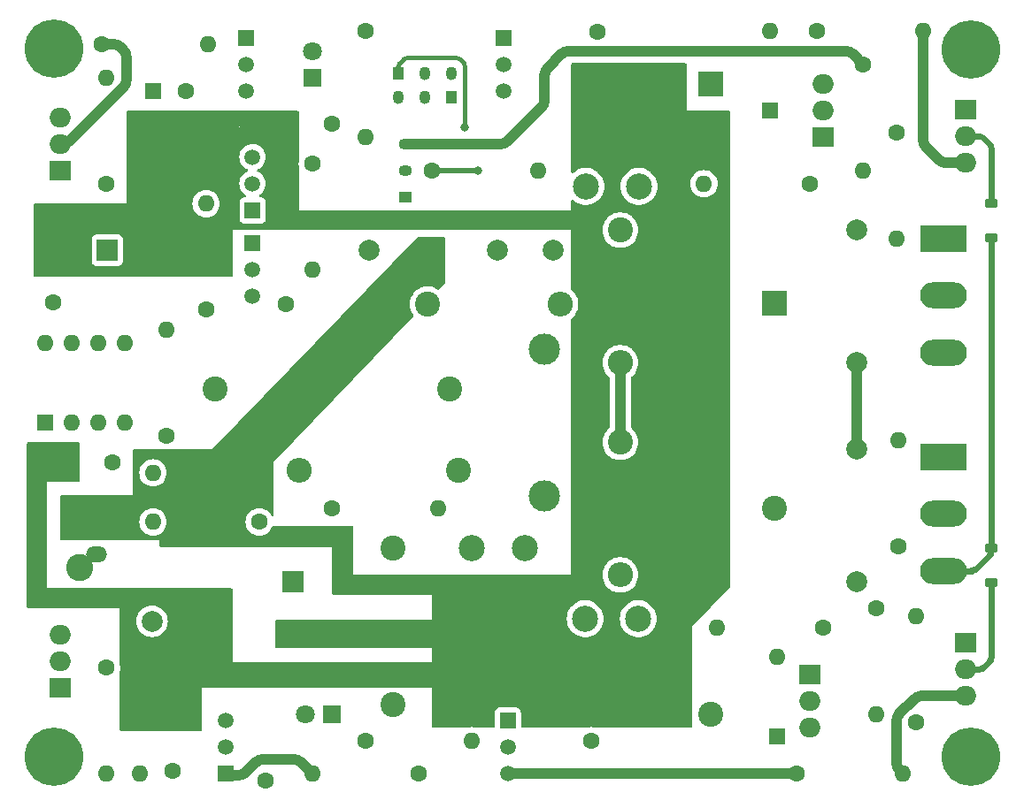
<source format=gbr>
%TF.GenerationSoftware,KiCad,Pcbnew,8.0.3*%
%TF.CreationDate,2024-07-01T09:31:08+02:00*%
%TF.ProjectId,Q17-Mini,5131372d-4d69-46e6-992e-6b696361645f,3.0.1*%
%TF.SameCoordinates,Original*%
%TF.FileFunction,Copper,L1,Top*%
%TF.FilePolarity,Positive*%
%FSLAX46Y46*%
G04 Gerber Fmt 4.6, Leading zero omitted, Abs format (unit mm)*
G04 Created by KiCad (PCBNEW 8.0.3) date 2024-07-01 09:31:08*
%MOMM*%
%LPD*%
G01*
G04 APERTURE LIST*
G04 Aperture macros list*
%AMRoundRect*
0 Rectangle with rounded corners*
0 $1 Rounding radius*
0 $2 $3 $4 $5 $6 $7 $8 $9 X,Y pos of 4 corners*
0 Add a 4 corners polygon primitive as box body*
4,1,4,$2,$3,$4,$5,$6,$7,$8,$9,$2,$3,0*
0 Add four circle primitives for the rounded corners*
1,1,$1+$1,$2,$3*
1,1,$1+$1,$4,$5*
1,1,$1+$1,$6,$7*
1,1,$1+$1,$8,$9*
0 Add four rect primitives between the rounded corners*
20,1,$1+$1,$2,$3,$4,$5,0*
20,1,$1+$1,$4,$5,$6,$7,0*
20,1,$1+$1,$6,$7,$8,$9,0*
20,1,$1+$1,$8,$9,$2,$3,0*%
G04 Aperture macros list end*
%TA.AperFunction,ComponentPad*%
%ADD10R,2.000000X1.905000*%
%TD*%
%TA.AperFunction,ComponentPad*%
%ADD11O,2.000000X1.905000*%
%TD*%
%TA.AperFunction,ComponentPad*%
%ADD12C,2.500000*%
%TD*%
%TA.AperFunction,ComponentPad*%
%ADD13C,1.600000*%
%TD*%
%TA.AperFunction,ComponentPad*%
%ADD14O,1.600000X1.600000*%
%TD*%
%TA.AperFunction,ComponentPad*%
%ADD15R,1.800000X1.800000*%
%TD*%
%TA.AperFunction,ComponentPad*%
%ADD16C,1.800000*%
%TD*%
%TA.AperFunction,ComponentPad*%
%ADD17R,2.400000X2.400000*%
%TD*%
%TA.AperFunction,ComponentPad*%
%ADD18C,2.400000*%
%TD*%
%TA.AperFunction,ComponentPad*%
%ADD19C,2.000000*%
%TD*%
%TA.AperFunction,SMDPad,CuDef*%
%ADD20RoundRect,0.225000X-0.375000X0.225000X-0.375000X-0.225000X0.375000X-0.225000X0.375000X0.225000X0*%
%TD*%
%TA.AperFunction,ComponentPad*%
%ADD21C,3.600000*%
%TD*%
%TA.AperFunction,ConnectorPad*%
%ADD22C,5.600000*%
%TD*%
%TA.AperFunction,ComponentPad*%
%ADD23R,2.000000X2.000000*%
%TD*%
%TA.AperFunction,ComponentPad*%
%ADD24R,1.600000X1.600000*%
%TD*%
%TA.AperFunction,ComponentPad*%
%ADD25R,1.300000X1.050000*%
%TD*%
%TA.AperFunction,ComponentPad*%
%ADD26O,1.300000X1.050000*%
%TD*%
%TA.AperFunction,ComponentPad*%
%ADD27O,2.400000X2.400000*%
%TD*%
%TA.AperFunction,ComponentPad*%
%ADD28R,1.500000X1.500000*%
%TD*%
%TA.AperFunction,ComponentPad*%
%ADD29C,1.500000*%
%TD*%
%TA.AperFunction,ComponentPad*%
%ADD30R,4.500000X2.500000*%
%TD*%
%TA.AperFunction,ComponentPad*%
%ADD31O,4.500000X2.500000*%
%TD*%
%TA.AperFunction,ComponentPad*%
%ADD32R,1.050000X1.300000*%
%TD*%
%TA.AperFunction,ComponentPad*%
%ADD33O,1.050000X1.300000*%
%TD*%
%TA.AperFunction,ComponentPad*%
%ADD34C,3.000000*%
%TD*%
%TA.AperFunction,ComponentPad*%
%ADD35R,1.000000X1.000000*%
%TD*%
%TA.AperFunction,ComponentPad*%
%ADD36R,2.600000X2.600000*%
%TD*%
%TA.AperFunction,ComponentPad*%
%ADD37RoundRect,0.375000X-0.625000X0.375000X-0.625000X-0.375000X0.625000X-0.375000X0.625000X0.375000X0*%
%TD*%
%TA.AperFunction,ComponentPad*%
%ADD38O,2.000000X1.500000*%
%TD*%
%TA.AperFunction,ComponentPad*%
%ADD39C,2.600000*%
%TD*%
%TA.AperFunction,ViaPad*%
%ADD40C,0.800000*%
%TD*%
%TA.AperFunction,Conductor*%
%ADD41C,1.000000*%
%TD*%
%TA.AperFunction,Conductor*%
%ADD42C,0.600000*%
%TD*%
%TA.AperFunction,Conductor*%
%ADD43C,0.500000*%
%TD*%
%TA.AperFunction,Conductor*%
%ADD44C,0.400000*%
%TD*%
G04 APERTURE END LIST*
D10*
%TO.P,Q13,1,G*%
%TO.N,Net-(D6-K)*%
X177104495Y-67140037D03*
D11*
%TO.P,Q13,2,D*%
%TO.N,Net-(J3-1-Pin_1)*%
X177104495Y-64600037D03*
%TO.P,Q13,3,S*%
%TO.N,Net-(D1-A)*%
X177104495Y-62060037D03*
%TD*%
D12*
%TO.P,J3-3,1,Pin_1*%
%TO.N,Net-(J3-3-Pin_1)*%
X159384495Y-113241037D03*
X154304495Y-113241037D03*
%TD*%
D13*
%TO.P,R19,1*%
%TO.N,Net-(D1-A)*%
X108077745Y-58250037D03*
D14*
%TO.P,R19,2*%
%TO.N,Net-(Q2-E)*%
X118237745Y-58250037D03*
%TD*%
D15*
%TO.P,D4,1,K*%
%TO.N,Net-(D4-K)*%
X130114495Y-122385037D03*
D16*
%TO.P,D4,2,A*%
%TO.N,Net-(D4-A)*%
X127574495Y-122385037D03*
%TD*%
D17*
%TO.P,C16,1*%
%TO.N,GND*%
X164905495Y-102700037D03*
D18*
%TO.P,C16,2*%
%TO.N,Net-(J3-3-Pin_1)*%
X172405495Y-102700037D03*
%TD*%
D19*
%TO.P,R12,1*%
%TO.N,Net-(C10-Pad1)*%
X180279495Y-96985037D03*
%TO.P,R12,2*%
%TO.N,Net-(D8-A)*%
X180279495Y-109685037D03*
%TD*%
D10*
%TO.P,Q14,1,G*%
%TO.N,Net-(D5-A)*%
X175834495Y-118575037D03*
D11*
%TO.P,Q14,2,D*%
%TO.N,Net-(J3-3-Pin_1)*%
X175834495Y-121115037D03*
%TO.P,Q14,3,S*%
%TO.N,Net-(D4-K)*%
X175834495Y-123655037D03*
%TD*%
D13*
%TO.P,C12,1*%
%TO.N,GND*%
X154879495Y-119925037D03*
%TO.P,C12,2*%
%TO.N,Net-(D4-K)*%
X154879495Y-124925037D03*
%TD*%
%TO.P,R6,1*%
%TO.N,Net-(Q7-S)*%
X125669495Y-83127712D03*
D14*
%TO.P,R6,2*%
%TO.N,GND*%
X135829495Y-83127712D03*
%TD*%
D20*
%TO.P,D7,1,K*%
%TO.N,Net-(D7-K)*%
X193187267Y-73490037D03*
%TO.P,D7,2,A*%
%TO.N,Net-(D7-A)*%
X193187267Y-76790037D03*
%TD*%
D21*
%TO.P,H3,1*%
%TO.N,N/C*%
X191188820Y-126440889D03*
D22*
X191188820Y-126440889D03*
%TD*%
D13*
%TO.P,R23,1*%
%TO.N,Net-(C2-Pad1)*%
X130114495Y-102700037D03*
D14*
%TO.P,R23,2*%
%TO.N,Net-(J2-1-Pin_1)*%
X140274495Y-102700037D03*
%TD*%
D13*
%TO.P,R21,1*%
%TO.N,Net-(D4-A)*%
X123764495Y-128735037D03*
D14*
%TO.P,R21,2*%
%TO.N,GND*%
X123764495Y-118575037D03*
%TD*%
D13*
%TO.P,R40,1*%
%TO.N,Net-(Q1-G)*%
X108524495Y-71585037D03*
D14*
%TO.P,R40,2*%
%TO.N,Net-(D2-K)*%
X108524495Y-61425037D03*
%TD*%
D13*
%TO.P,R8,1*%
%TO.N,Net-(Q12-C)*%
X185994495Y-123190000D03*
D14*
%TO.P,R8,2*%
%TO.N,Net-(Q6-G)*%
X185994495Y-113030000D03*
%TD*%
D13*
%TO.P,C11,1*%
%TO.N,GND*%
X155514495Y-62020037D03*
%TO.P,C11,2*%
%TO.N,Net-(D1-A)*%
X155514495Y-57020037D03*
%TD*%
D23*
%TO.P,C6,1*%
%TO.N,GND*%
X117877172Y-113495037D03*
D19*
%TO.P,C6,2*%
%TO.N,Net-(Q4-S)*%
X112877172Y-113495037D03*
%TD*%
D24*
%TO.P,D2,1,K*%
%TO.N,Net-(D2-K)*%
X112969495Y-62735037D03*
D14*
%TO.P,D2,2,A*%
%TO.N,GND*%
X112969495Y-70355037D03*
%TD*%
D20*
%TO.P,D8,1,K*%
%TO.N,Net-(D7-A)*%
X193187267Y-106485188D03*
%TO.P,D8,2,A*%
%TO.N,Net-(D8-A)*%
X193187267Y-109785188D03*
%TD*%
D15*
%TO.P,D1,1,K*%
%TO.N,Net-(D1-K)*%
X128209495Y-61425037D03*
D16*
%TO.P,D1,2,A*%
%TO.N,Net-(D1-A)*%
X128209495Y-58885037D03*
%TD*%
D18*
%TO.P,C17,1*%
%TO.N,Net-(C17-Pad1)*%
X135899790Y-106497272D03*
%TO.P,C17,2*%
%TO.N,GND*%
X135899790Y-121497272D03*
%TD*%
D19*
%TO.P,C1,1*%
%TO.N,Net-(Q7-G)*%
X133632943Y-77928513D03*
%TO.P,C1,2*%
%TO.N,GND*%
X139004495Y-77928513D03*
%TD*%
D24*
%TO.P,D3,1,K*%
%TO.N,GND*%
X111699495Y-120480037D03*
D14*
%TO.P,D3,2,A*%
%TO.N,Net-(D3-A)*%
X111699495Y-128100037D03*
%TD*%
D13*
%TO.P,R2,1*%
%TO.N,Net-(D1-K)*%
X130114495Y-65870037D03*
D14*
%TO.P,R2,2*%
%TO.N,GND*%
X119954495Y-65870037D03*
%TD*%
D21*
%TO.P,H1,1*%
%TO.N,N/C*%
X103463294Y-58647028D03*
D22*
X103463294Y-58647028D03*
%TD*%
D17*
%TO.P,C14,1*%
%TO.N,GND*%
X161309495Y-122385037D03*
D18*
%TO.P,C14,2*%
%TO.N,Net-(D5-A)*%
X166309495Y-122385037D03*
%TD*%
D24*
%TO.P,D6,1,K*%
%TO.N,Net-(D6-K)*%
X172024495Y-64600037D03*
D14*
%TO.P,D6,2,A*%
%TO.N,Net-(D1-A)*%
X172024495Y-56980037D03*
%TD*%
D23*
%TO.P,C3,1*%
%TO.N,Net-(Q1-S)*%
X108604495Y-77935037D03*
D19*
%TO.P,C3,2*%
%TO.N,GND*%
X113604495Y-77935037D03*
%TD*%
D12*
%TO.P,J3-2,1,Pin_1*%
%TO.N,GND*%
X149164495Y-116670037D03*
X149164495Y-111590037D03*
%TD*%
%TO.P,J2-1,1,Pin_1*%
%TO.N,Net-(J2-1-Pin_1)*%
X148529495Y-106510037D03*
X143449495Y-106510037D03*
%TD*%
D13*
%TO.P,R30,1*%
%TO.N,Net-(D5-A)*%
X177104495Y-114130037D03*
D14*
%TO.P,R30,2*%
%TO.N,Net-(J3-3-Pin_1)*%
X166944495Y-114130037D03*
%TD*%
D10*
%TO.P,Q4,1,G*%
%TO.N,Net-(Q4-G)*%
X104079495Y-119845037D03*
D11*
%TO.P,Q4,2,D*%
%TO.N,Net-(D4-K)*%
X104079495Y-117305037D03*
%TO.P,Q4,3,S*%
%TO.N,Net-(Q4-S)*%
X104079495Y-114765037D03*
%TD*%
D25*
%TO.P,Q9,1,S*%
%TO.N,Net-(Q9-S)*%
X137099495Y-72855037D03*
D26*
%TO.P,Q9,2,G*%
%TO.N,Net-(Q9-G)*%
X137099495Y-70315037D03*
%TO.P,Q9,3,D*%
%TO.N,Net-(Q8-D)*%
X137099495Y-67775037D03*
%TD*%
D18*
%TO.P,R27,1*%
%TO.N,Net-(Q7-S)*%
X139244311Y-83127712D03*
D27*
%TO.P,R27,2*%
%TO.N,Net-(D7-A)*%
X151944311Y-83127712D03*
%TD*%
D28*
%TO.P,Q7,1,D*%
%TO.N,Net-(Q7-D)*%
X122494360Y-77300037D03*
D29*
%TO.P,Q7,2,G*%
%TO.N,Net-(Q7-G)*%
X122494360Y-79840037D03*
%TO.P,Q7,3,S*%
%TO.N,Net-(Q7-S)*%
X122494360Y-82380037D03*
%TD*%
D13*
%TO.P,R18,1*%
%TO.N,Net-(U1--)*%
X114239495Y-95715037D03*
D14*
%TO.P,R18,2*%
%TO.N,Net-(C7-Pad1)*%
X114239495Y-85555037D03*
%TD*%
D19*
%TO.P,C10,1*%
%TO.N,Net-(C10-Pad1)*%
X151244923Y-77935037D03*
%TO.P,C10,2*%
%TO.N,Net-(Q7-S)*%
X145873371Y-77935037D03*
%TD*%
D13*
%TO.P,R29,1*%
%TO.N,Net-(J3-1-Pin_1)*%
X175834495Y-71585037D03*
D14*
%TO.P,R29,2*%
%TO.N,Net-(D6-K)*%
X165674495Y-71585037D03*
%TD*%
D30*
%TO.P,Q15,1,G*%
%TO.N,Net-(Q15-G)*%
X188595000Y-76835000D03*
D31*
%TO.P,Q15,2,D*%
%TO.N,Net-(J3-1-Pin_1)*%
X188595000Y-82285000D03*
%TO.P,Q15,3,S*%
%TO.N,Net-(D7-A)*%
X188595000Y-87735000D03*
%TD*%
D28*
%TO.P,Q3,1,E*%
%TO.N,Net-(Q3-E)*%
X119954495Y-128100037D03*
D29*
%TO.P,Q3,2,C*%
%TO.N,Net-(D3-A)*%
X119954495Y-125560037D03*
%TO.P,Q3,3,B*%
%TO.N,Net-(D4-A)*%
X119954495Y-123020037D03*
%TD*%
D30*
%TO.P,Q16,1,G*%
%TO.N,Net-(Q16-G)*%
X188595000Y-97752220D03*
D31*
%TO.P,Q16,2,D*%
%TO.N,Net-(J3-3-Pin_1)*%
X188595000Y-103202220D03*
%TO.P,Q16,3,S*%
%TO.N,Net-(D7-A)*%
X188595000Y-108652220D03*
%TD*%
D18*
%TO.P,R28,1*%
%TO.N,Net-(R26-Pad2)*%
X157673495Y-96350037D03*
D27*
%TO.P,R28,2*%
%TO.N,Net-(J2-1-Pin_1)*%
X157673495Y-109050037D03*
%TD*%
D18*
%TO.P,C7,1*%
%TO.N,Net-(C7-Pad1)*%
X118864495Y-91270037D03*
%TO.P,C7,2*%
%TO.N,Net-(C7-Pad2)*%
X141364495Y-91270037D03*
%TD*%
D13*
%TO.P,C8,1*%
%TO.N,GND*%
X114874495Y-122779843D03*
%TO.P,C8,2*%
%TO.N,Net-(D3-A)*%
X114874495Y-127779843D03*
%TD*%
%TO.P,R16,1*%
%TO.N,GND*%
X123129495Y-99271037D03*
D14*
%TO.P,R16,2*%
%TO.N,Net-(J1-Pin_2)*%
X112969495Y-99271037D03*
%TD*%
D13*
%TO.P,C5,1*%
%TO.N,GND*%
X104079495Y-98255037D03*
%TO.P,C5,2*%
%TO.N,Net-(Q4-S)*%
X109079495Y-98255037D03*
%TD*%
D32*
%TO.P,Q111,1,S*%
%TO.N,Net-(Q10-B)*%
X141544495Y-63330037D03*
D33*
%TO.P,Q111,2,G*%
%TO.N,Net-(Q9-S)*%
X139004495Y-63330037D03*
%TO.P,Q111,3,D*%
%TO.N,Net-(Q9-G)*%
X136464495Y-63330037D03*
%TD*%
D13*
%TO.P,R24,1*%
%TO.N,Net-(Q9-G)*%
X139639495Y-70315037D03*
D14*
%TO.P,R24,2*%
%TO.N,Net-(R24-Pad2)*%
X149799495Y-70315037D03*
%TD*%
D17*
%TO.P,C13,1*%
%TO.N,Net-(D6-K)*%
X166309495Y-62060037D03*
D18*
%TO.P,C13,2*%
%TO.N,GND*%
X161309495Y-62060037D03*
%TD*%
D28*
%TO.P,Q2,1,E*%
%TO.N,Net-(Q2-E)*%
X121859495Y-57610037D03*
D29*
%TO.P,Q2,2,C*%
%TO.N,Net-(D2-K)*%
X121859495Y-60150037D03*
%TO.P,Q2,3,B*%
%TO.N,Net-(D1-K)*%
X121859495Y-62690037D03*
%TD*%
D13*
%TO.P,C4,1*%
%TO.N,GND*%
X103444495Y-77935037D03*
%TO.P,C4,2*%
%TO.N,Net-(Q1-S)*%
X103444495Y-82935037D03*
%TD*%
D21*
%TO.P,H2,1*%
%TO.N,N/C*%
X191175082Y-58697768D03*
D22*
X191175082Y-58697768D03*
%TD*%
D13*
%TO.P,R4,1*%
%TO.N,Net-(Q8-G)*%
X128209495Y-69680037D03*
D14*
%TO.P,R4,2*%
%TO.N,Net-(Q7-S)*%
X128209495Y-79840037D03*
%TD*%
D13*
%TO.P,R9,1*%
%TO.N,Net-(Q12-B)*%
X174564495Y-128100037D03*
D14*
%TO.P,R9,2*%
%TO.N,Net-(Q6-S)*%
X184724495Y-128100037D03*
%TD*%
D18*
%TO.P,R31,1*%
%TO.N,Net-(J2-1-Pin_1)*%
X142164495Y-98994079D03*
D27*
%TO.P,R31,2*%
%TO.N,Net-(C17-Pad1)*%
X126924495Y-98994079D03*
%TD*%
D13*
%TO.P,C9,1*%
%TO.N,GND*%
X116144495Y-67735037D03*
%TO.P,C9,2*%
%TO.N,Net-(D2-K)*%
X116144495Y-62735037D03*
%TD*%
%TO.P,R1,1*%
%TO.N,Net-(C7-Pad2)*%
X118049495Y-83650037D03*
D14*
%TO.P,R1,2*%
%TO.N,Net-(Q7-G)*%
X118049495Y-73490037D03*
%TD*%
D10*
%TO.P,Q6,1,G*%
%TO.N,Net-(Q6-G)*%
X190698000Y-115570000D03*
D11*
%TO.P,Q6,2,D*%
%TO.N,Net-(D8-A)*%
X190698000Y-118110000D03*
%TO.P,Q6,3,S*%
%TO.N,Net-(Q6-S)*%
X190698000Y-120650000D03*
%TD*%
D34*
%TO.P,L1,1,1*%
%TO.N,Net-(D7-A)*%
X150415807Y-87457846D03*
%TO.P,L1,2,2*%
%TO.N,Net-(J2-1-Pin_1)*%
X150415807Y-101457846D03*
%TD*%
D12*
%TO.P,J2-2,1,Pin_1*%
%TO.N,GND*%
X142814495Y-116670037D03*
X142814495Y-111590037D03*
%TD*%
D18*
%TO.P,R26,1*%
%TO.N,Net-(C10-Pad1)*%
X157673495Y-76030037D03*
D27*
%TO.P,R26,2*%
%TO.N,Net-(R26-Pad2)*%
X157673495Y-88730037D03*
%TD*%
D13*
%TO.P,R20,1*%
%TO.N,Net-(D4-K)*%
X138369495Y-128100037D03*
D14*
%TO.P,R20,2*%
%TO.N,Net-(Q3-E)*%
X128209495Y-128100037D03*
%TD*%
D13*
%TO.P,R14,1*%
%TO.N,Net-(D7-K)*%
X184089495Y-66672737D03*
D14*
%TO.P,R14,2*%
%TO.N,Net-(Q15-G)*%
X184089495Y-76832737D03*
%TD*%
D13*
%TO.P,R15,1*%
%TO.N,Net-(D8-A)*%
X184277000Y-106299000D03*
D14*
%TO.P,R15,2*%
%TO.N,Net-(Q16-G)*%
X184277000Y-96139000D03*
%TD*%
D13*
%TO.P,R41,1*%
%TO.N,Net-(Q4-G)*%
X108524495Y-117940037D03*
D14*
%TO.P,R41,2*%
%TO.N,Net-(D3-A)*%
X108524495Y-128100037D03*
%TD*%
D10*
%TO.P,Q5,1,G*%
%TO.N,Net-(Q5-G)*%
X190698000Y-64516000D03*
D11*
%TO.P,Q5,2,D*%
%TO.N,Net-(D7-K)*%
X190698000Y-67056000D03*
%TO.P,Q5,3,S*%
%TO.N,Net-(Q5-S)*%
X190698000Y-69596000D03*
%TD*%
D13*
%TO.P,R7,1*%
%TO.N,Net-(Q8-D)*%
X180914495Y-60155037D03*
D14*
%TO.P,R7,2*%
%TO.N,Net-(Q5-G)*%
X180914495Y-70315037D03*
%TD*%
D28*
%TO.P,Q10,1,E*%
%TO.N,Net-(D1-A)*%
X146497495Y-57615037D03*
D29*
%TO.P,Q10,2,C*%
%TO.N,Net-(Q10-B)*%
X146497495Y-60155037D03*
%TO.P,Q10,3,B*%
X146497495Y-62695037D03*
%TD*%
D13*
%TO.P,R13,1*%
%TO.N,Net-(Q6-S)*%
X182184495Y-112225037D03*
D14*
%TO.P,R13,2*%
%TO.N,Net-(D4-K)*%
X182184495Y-122385037D03*
%TD*%
D28*
%TO.P,Q12,1,E*%
%TO.N,Net-(D4-K)*%
X146899495Y-123020037D03*
D29*
%TO.P,Q12,2,C*%
%TO.N,Net-(Q12-C)*%
X146899495Y-125560037D03*
%TO.P,Q12,3,B*%
%TO.N,Net-(Q12-B)*%
X146899495Y-128100037D03*
%TD*%
D13*
%TO.P,R25,1*%
%TO.N,Net-(R24-Pad2)*%
X133289495Y-124925037D03*
D14*
%TO.P,R25,2*%
%TO.N,Net-(Q12-C)*%
X143449495Y-124925037D03*
%TD*%
D17*
%TO.P,C15,1*%
%TO.N,Net-(J3-1-Pin_1)*%
X172405495Y-83015037D03*
D18*
%TO.P,C15,2*%
%TO.N,GND*%
X164905495Y-83015037D03*
%TD*%
D13*
%TO.P,R10,1*%
%TO.N,Net-(D1-A)*%
X176469495Y-56980037D03*
D14*
%TO.P,R10,2*%
%TO.N,Net-(Q5-S)*%
X186629495Y-56980037D03*
%TD*%
D21*
%TO.P,H4,1*%
%TO.N,N/C*%
X103475185Y-126428054D03*
D22*
X103475185Y-126428054D03*
%TD*%
D32*
%TO.P,Q11,1,S*%
%TO.N,Net-(U2-S1)*%
X136394495Y-61044037D03*
D33*
%TO.P,Q11,2,G*%
%TO.N,Net-(Q9-S)*%
X138934495Y-61044037D03*
%TO.P,Q11,3,D*%
X141474495Y-61044037D03*
%TD*%
D28*
%TO.P,Q8,1,S*%
%TO.N,Net-(Q7-D)*%
X122494495Y-74125037D03*
D29*
%TO.P,Q8,2,G*%
%TO.N,Net-(Q8-G)*%
X122494495Y-71585037D03*
%TO.P,Q8,3,D*%
%TO.N,Net-(Q8-D)*%
X122494495Y-69045037D03*
%TD*%
D10*
%TO.P,Q1,1,G*%
%TO.N,Net-(Q1-G)*%
X104079495Y-70315037D03*
D11*
%TO.P,Q1,2,D*%
%TO.N,Net-(D1-A)*%
X104079495Y-67775037D03*
%TO.P,Q1,3,S*%
%TO.N,Net-(Q1-S)*%
X104079495Y-65235037D03*
%TD*%
D13*
%TO.P,R3,1*%
%TO.N,Net-(D1-A)*%
X133289495Y-56980037D03*
D14*
%TO.P,R3,2*%
%TO.N,Net-(U2-S1)*%
X133289495Y-67140037D03*
%TD*%
D19*
%TO.P,R11,1*%
%TO.N,Net-(D7-K)*%
X180279495Y-76030037D03*
%TO.P,R11,2*%
%TO.N,Net-(C10-Pad1)*%
X180279495Y-88730037D03*
%TD*%
D35*
%TO.P,J4,1*%
%TO.N,GND*%
X145989495Y-109939037D03*
%TD*%
D36*
%TO.P,J1,1,Pin_1*%
%TO.N,GND*%
X105984495Y-103335037D03*
D37*
X107596495Y-104585037D03*
D38*
%TO.P,J1,2,Pin_2*%
%TO.N,Net-(J1-Pin_2)*%
X107596495Y-107085037D03*
D39*
X105984495Y-108335037D03*
%TD*%
D23*
%TO.P,C2,1*%
%TO.N,Net-(C2-Pad1)*%
X126324538Y-109711651D03*
D19*
%TO.P,C2,2*%
%TO.N,GND*%
X126324538Y-114711651D03*
%TD*%
D24*
%TO.P,U1',1,NC*%
%TO.N,N/C*%
X102657426Y-94445037D03*
D14*
%TO.P,U1',2,-*%
%TO.N,Net-(U1--)*%
X105197426Y-94445037D03*
%TO.P,U1',3,+*%
%TO.N,Net-(J1-Pin_2)*%
X107737426Y-94445037D03*
%TO.P,U1',4,V-*%
%TO.N,Net-(Q4-S)*%
X110277426Y-94445037D03*
%TO.P,U1',5,NC*%
%TO.N,N/C*%
X110277426Y-86825037D03*
%TO.P,U1',6*%
%TO.N,Net-(C7-Pad2)*%
X107737426Y-86825037D03*
%TO.P,U1',7,V+*%
%TO.N,Net-(Q1-S)*%
X105197426Y-86825037D03*
%TO.P,U1',8,NC*%
%TO.N,N/C*%
X102657426Y-86825037D03*
%TD*%
D24*
%TO.P,D5,1,K*%
%TO.N,Net-(D4-K)*%
X172690981Y-124535037D03*
D14*
%TO.P,D5,2,A*%
%TO.N,Net-(D5-A)*%
X172690981Y-116915037D03*
%TD*%
D12*
%TO.P,J3-1,1,Pin_1*%
%TO.N,Net-(J3-1-Pin_1)*%
X159451495Y-71839037D03*
X154371495Y-71839037D03*
%TD*%
D13*
%TO.P,R17,1*%
%TO.N,Net-(C2-Pad1)*%
X123129495Y-103970037D03*
D14*
%TO.P,R17,2*%
%TO.N,Net-(U1--)*%
X112969495Y-103970037D03*
%TD*%
D40*
%TO.N,Net-(Q9-G)*%
X144084495Y-70315037D03*
%TO.N,Net-(U2-S1)*%
X142814495Y-66190037D03*
%TD*%
D41*
%TO.N,Net-(C10-Pad1)*%
X180279495Y-96985037D02*
X180279495Y-88730037D01*
%TO.N,Net-(D1-A)*%
X108077745Y-58250037D02*
X109212282Y-58250037D01*
X110136602Y-62352930D02*
X105007388Y-67482144D01*
X109919389Y-58542930D02*
X110136602Y-58760143D01*
X110429495Y-59467250D02*
X110429495Y-61645823D01*
X110429495Y-61645823D02*
G75*
G02*
X110136589Y-62352917I-999995J23D01*
G01*
X104300281Y-67775037D02*
G75*
G03*
X105007405Y-67482161I19J1000037D01*
G01*
X109919389Y-58542930D02*
G75*
G03*
X109212282Y-58250039I-707089J-707070D01*
G01*
X110429495Y-59467250D02*
G75*
G03*
X110136626Y-58760119I-999995J50D01*
G01*
D42*
%TO.N,Net-(D7-A)*%
X193040820Y-107083712D02*
X191618758Y-108505774D01*
X191265205Y-108652220D02*
X188595000Y-108652220D01*
X193187267Y-106485188D02*
X193187267Y-76790037D01*
D43*
X193187267Y-106485188D02*
X193187267Y-106730158D01*
D42*
X191618758Y-108505774D02*
G75*
G02*
X191265205Y-108652218I-353558J353574D01*
G01*
X193040820Y-107083712D02*
G75*
G03*
X193187247Y-106730158I-353520J353512D01*
G01*
D41*
%TO.N,Net-(Q3-E)*%
X120081495Y-128227037D02*
X121191281Y-128227037D01*
X123543709Y-126703037D02*
X126398281Y-126703037D01*
X127105388Y-126995930D02*
X128209495Y-128100037D01*
X121898388Y-127934144D02*
X122836602Y-126995930D01*
X126398281Y-126703037D02*
G75*
G02*
X127105390Y-126995928I19J-999963D01*
G01*
X123543709Y-126703037D02*
G75*
G03*
X122836605Y-126995933I-9J-999963D01*
G01*
X121191281Y-128227037D02*
G75*
G03*
X121898405Y-127934161I19J1000037D01*
G01*
D42*
%TO.N,Net-(D7-K)*%
X193187267Y-73490037D02*
X193187267Y-68189916D01*
X193040820Y-67836362D02*
X192406904Y-67202446D01*
X192053351Y-67056000D02*
X190698000Y-67056000D01*
X192406904Y-67202446D02*
G75*
G03*
X192053351Y-67056034I-353504J-353554D01*
G01*
X193040820Y-67836362D02*
G75*
G02*
X193187266Y-68189916I-353520J-353538D01*
G01*
D41*
%TO.N,Net-(Q5-S)*%
X186629495Y-67360823D02*
X186629495Y-56980037D01*
X188157565Y-69303107D02*
X186922388Y-68067930D01*
X190698000Y-69596000D02*
X188864672Y-69596000D01*
X188157565Y-69303107D02*
G75*
G03*
X188864672Y-69596020I707135J707107D01*
G01*
X186629495Y-67360823D02*
G75*
G03*
X186922399Y-68067919I1000005J23D01*
G01*
%TO.N,Net-(R26-Pad2)*%
X157673495Y-88730037D02*
X157673495Y-96350037D01*
D42*
%TO.N,Net-(D8-A)*%
X193040820Y-117243712D02*
X192320978Y-117963554D01*
X193187267Y-109785188D02*
X193187267Y-116890158D01*
X191967425Y-118110000D02*
X190825000Y-118110000D01*
X193187267Y-116890158D02*
G75*
G02*
X193040834Y-117243726I-499967J-42D01*
G01*
X191967425Y-118110000D02*
G75*
G03*
X192320965Y-117963541I-25J500000D01*
G01*
D41*
%TO.N,Net-(Q6-S)*%
X185790605Y-120942893D02*
X184382388Y-122351110D01*
X184382388Y-127757930D02*
X184724495Y-128100037D01*
X190698000Y-120650000D02*
X186497712Y-120650000D01*
X184089495Y-123058217D02*
X184089495Y-127050823D01*
X184382388Y-122351110D02*
G75*
G03*
X184089508Y-123058217I707112J-707090D01*
G01*
X186497712Y-120650000D02*
G75*
G03*
X185790599Y-120942887I-12J-1000000D01*
G01*
X184382388Y-127757930D02*
G75*
G02*
X184089480Y-127050823I707112J707130D01*
G01*
%TO.N,Net-(Q8-D)*%
X152046602Y-59177930D02*
X150727388Y-60497144D01*
X146210281Y-67775037D02*
X137099495Y-67775037D01*
X179230281Y-58885037D02*
X152753709Y-58885037D01*
X150141602Y-64257930D02*
X146917388Y-67482144D01*
X180914495Y-60155037D02*
X179937388Y-59177930D01*
X150434495Y-61204251D02*
X150434495Y-63550823D01*
X150434495Y-61204251D02*
G75*
G02*
X150727412Y-60497168I1000005J-49D01*
G01*
X150434495Y-63550823D02*
G75*
G02*
X150141589Y-64257917I-999995J23D01*
G01*
X179937388Y-59177930D02*
G75*
G03*
X179230281Y-58885039I-707088J-707070D01*
G01*
X152753709Y-58885037D02*
G75*
G03*
X152046605Y-59177933I-9J-999963D01*
G01*
X146917388Y-67482144D02*
G75*
G02*
X146210281Y-67775013I-707088J707144D01*
G01*
D43*
%TO.N,Net-(Q9-G)*%
X139639495Y-70315037D02*
X144084495Y-70315037D01*
D41*
%TO.N,Net-(Q12-B)*%
X174564495Y-128100037D02*
X146899495Y-128100037D01*
D44*
%TO.N,Net-(U2-S1)*%
X142668048Y-60008590D02*
X142325941Y-59666483D01*
X142814495Y-66190037D02*
X142814495Y-60362144D01*
X136394495Y-60432144D02*
X136394495Y-61044037D01*
X136953048Y-59666484D02*
X136540941Y-60078591D01*
X141972388Y-59520037D02*
X137306602Y-59520037D01*
X141972388Y-59520037D02*
G75*
G02*
X142325939Y-59666485I12J-499963D01*
G01*
X142814495Y-60362144D02*
G75*
G03*
X142668069Y-60008569I-499995J44D01*
G01*
X137306602Y-59520037D02*
G75*
G03*
X136953055Y-59666491I-2J-499963D01*
G01*
X136540941Y-60078591D02*
G75*
G03*
X136394527Y-60432144I353559J-353509D01*
G01*
%TD*%
%TA.AperFunction,Conductor*%
%TO.N,GND*%
G36*
X105927534Y-96369722D02*
G01*
X105973289Y-96422526D01*
X105984495Y-96474037D01*
X105984495Y-100036037D01*
X105964810Y-100103076D01*
X105912006Y-100148831D01*
X105860495Y-100160037D01*
X102809495Y-100160037D01*
X102809495Y-110320037D01*
X120465495Y-110320037D01*
X120532534Y-110339722D01*
X120578289Y-110392526D01*
X120589495Y-110444037D01*
X120589495Y-112225037D01*
X113691811Y-112225037D01*
X113564134Y-112146796D01*
X113564131Y-112146794D01*
X113344768Y-112055932D01*
X113113886Y-112000502D01*
X112877172Y-111981872D01*
X112640457Y-112000502D01*
X112409576Y-112055932D01*
X112409574Y-112055932D01*
X112190212Y-112146794D01*
X112190209Y-112146796D01*
X112062532Y-112225037D01*
X101028495Y-112225037D01*
X100961456Y-112205352D01*
X100915701Y-112152548D01*
X100904495Y-112101037D01*
X100904495Y-96474037D01*
X100924180Y-96406998D01*
X100976984Y-96361243D01*
X101028495Y-96350037D01*
X105860495Y-96350037D01*
X105927534Y-96369722D01*
G37*
%TD.AperFunction*%
%TD*%
%TA.AperFunction,Conductor*%
%TO.N,GND*%
G36*
X163966534Y-60047722D02*
G01*
X164012289Y-60100526D01*
X164023495Y-60152037D01*
X164023495Y-64600037D01*
X168090495Y-64600037D01*
X168157534Y-64619722D01*
X168203289Y-64672526D01*
X168214495Y-64724037D01*
X168214495Y-110142900D01*
X168194810Y-110209939D01*
X168179650Y-110229083D01*
X164531495Y-114003037D01*
X164531495Y-123531037D01*
X164511810Y-123598076D01*
X164459006Y-123643831D01*
X164407495Y-123655037D01*
X155211771Y-123655037D01*
X155179678Y-123650812D01*
X155107587Y-123631495D01*
X155107583Y-123631494D01*
X155107582Y-123631494D01*
X155107581Y-123631493D01*
X155107576Y-123631493D01*
X154879497Y-123611539D01*
X154879493Y-123611539D01*
X154651413Y-123631493D01*
X154651402Y-123631495D01*
X154579312Y-123650812D01*
X154547219Y-123655037D01*
X152974495Y-123655037D01*
X152974495Y-114393684D01*
X153011809Y-114440475D01*
X153011810Y-114440477D01*
X153119256Y-114540172D01*
X153205014Y-114619743D01*
X153422780Y-114768213D01*
X153660241Y-114882569D01*
X153912095Y-114960255D01*
X153912096Y-114960255D01*
X153912099Y-114960256D01*
X154172706Y-114999536D01*
X154172711Y-114999536D01*
X154172714Y-114999537D01*
X154172715Y-114999537D01*
X154436275Y-114999537D01*
X154436276Y-114999537D01*
X154436283Y-114999536D01*
X154696890Y-114960256D01*
X154696891Y-114960255D01*
X154696895Y-114960255D01*
X154948749Y-114882569D01*
X155186211Y-114768213D01*
X155403976Y-114619743D01*
X155597181Y-114440475D01*
X155761510Y-114234413D01*
X155893291Y-114006161D01*
X155989582Y-113760817D01*
X156048230Y-113503863D01*
X156067926Y-113241037D01*
X156067926Y-113241032D01*
X157621064Y-113241032D01*
X157621064Y-113241041D01*
X157640759Y-113503860D01*
X157640760Y-113503863D01*
X157699408Y-113760817D01*
X157795699Y-114006161D01*
X157927480Y-114234413D01*
X158026136Y-114358124D01*
X158091812Y-114440479D01*
X158205228Y-114545713D01*
X158285014Y-114619743D01*
X158502780Y-114768213D01*
X158740241Y-114882569D01*
X158992095Y-114960255D01*
X158992096Y-114960255D01*
X158992099Y-114960256D01*
X159252706Y-114999536D01*
X159252711Y-114999536D01*
X159252714Y-114999537D01*
X159252715Y-114999537D01*
X159516275Y-114999537D01*
X159516276Y-114999537D01*
X159516283Y-114999536D01*
X159776890Y-114960256D01*
X159776891Y-114960255D01*
X159776895Y-114960255D01*
X160028749Y-114882569D01*
X160266211Y-114768213D01*
X160483976Y-114619743D01*
X160677181Y-114440475D01*
X160841510Y-114234413D01*
X160973291Y-114006161D01*
X161069582Y-113760817D01*
X161128230Y-113503863D01*
X161147926Y-113241037D01*
X161128230Y-112978211D01*
X161069582Y-112721257D01*
X160973291Y-112475913D01*
X160841510Y-112247661D01*
X160677181Y-112041599D01*
X160677180Y-112041598D01*
X160677177Y-112041594D01*
X160483976Y-111862331D01*
X160483973Y-111862329D01*
X160266211Y-111713861D01*
X160266207Y-111713859D01*
X160266206Y-111713858D01*
X160135253Y-111650794D01*
X160028749Y-111599505D01*
X160028743Y-111599503D01*
X160028735Y-111599500D01*
X159776900Y-111521820D01*
X159776890Y-111521817D01*
X159516283Y-111482537D01*
X159516276Y-111482537D01*
X159252714Y-111482537D01*
X159252706Y-111482537D01*
X158992099Y-111521817D01*
X158992093Y-111521819D01*
X158740240Y-111599505D01*
X158502783Y-111713859D01*
X158502779Y-111713861D01*
X158285016Y-111862329D01*
X158091812Y-112041594D01*
X157927480Y-112247661D01*
X157795699Y-112475912D01*
X157699410Y-112721251D01*
X157699405Y-112721268D01*
X157640759Y-112978213D01*
X157621064Y-113241032D01*
X156067926Y-113241032D01*
X156048230Y-112978211D01*
X155989582Y-112721257D01*
X155893291Y-112475913D01*
X155761510Y-112247661D01*
X155597181Y-112041599D01*
X155597180Y-112041598D01*
X155597177Y-112041594D01*
X155403976Y-111862331D01*
X155403973Y-111862329D01*
X155186211Y-111713861D01*
X155186207Y-111713859D01*
X155186206Y-111713858D01*
X155055253Y-111650794D01*
X154948749Y-111599505D01*
X154948743Y-111599503D01*
X154948735Y-111599500D01*
X154696900Y-111521820D01*
X154696890Y-111521817D01*
X154436283Y-111482537D01*
X154436276Y-111482537D01*
X154172714Y-111482537D01*
X154172706Y-111482537D01*
X153912099Y-111521817D01*
X153912093Y-111521819D01*
X153660240Y-111599505D01*
X153422783Y-111713859D01*
X153422779Y-111713861D01*
X153205016Y-111862329D01*
X153011812Y-112041594D01*
X152974495Y-112088388D01*
X152974495Y-109050032D01*
X155960204Y-109050032D01*
X155960204Y-109050037D01*
X155979338Y-109305380D01*
X155979339Y-109305385D01*
X156036317Y-109555024D01*
X156036319Y-109555033D01*
X156036321Y-109555038D01*
X156129873Y-109793406D01*
X156257908Y-110015168D01*
X156359771Y-110142900D01*
X156417567Y-110215375D01*
X156594766Y-110379790D01*
X156605276Y-110389542D01*
X156816850Y-110533791D01*
X156816855Y-110533793D01*
X156816856Y-110533794D01*
X156816857Y-110533795D01*
X156939385Y-110592801D01*
X157047556Y-110644893D01*
X157047557Y-110644893D01*
X157047560Y-110644895D01*
X157292252Y-110720372D01*
X157292253Y-110720372D01*
X157292256Y-110720373D01*
X157545453Y-110758536D01*
X157545458Y-110758536D01*
X157545461Y-110758537D01*
X157545462Y-110758537D01*
X157801528Y-110758537D01*
X157801529Y-110758537D01*
X157801536Y-110758536D01*
X158054733Y-110720373D01*
X158054734Y-110720372D01*
X158054738Y-110720372D01*
X158299430Y-110644895D01*
X158530141Y-110533791D01*
X158741714Y-110389542D01*
X158929426Y-110215371D01*
X159089082Y-110015168D01*
X159217117Y-109793406D01*
X159310669Y-109555038D01*
X159367650Y-109305390D01*
X159386786Y-109050037D01*
X159367650Y-108794684D01*
X159310669Y-108545036D01*
X159217117Y-108306668D01*
X159089082Y-108084906D01*
X158929426Y-107884703D01*
X158929425Y-107884702D01*
X158929422Y-107884698D01*
X158808484Y-107772485D01*
X158741714Y-107710532D01*
X158530141Y-107566283D01*
X158530140Y-107566282D01*
X158530133Y-107566278D01*
X158299435Y-107455181D01*
X158299416Y-107455174D01*
X158054743Y-107379703D01*
X158054733Y-107379700D01*
X157801536Y-107341537D01*
X157801529Y-107341537D01*
X157545461Y-107341537D01*
X157545453Y-107341537D01*
X157292256Y-107379700D01*
X157292250Y-107379702D01*
X157047556Y-107455180D01*
X156816857Y-107566278D01*
X156816856Y-107566279D01*
X156605275Y-107710532D01*
X156417567Y-107884698D01*
X156257908Y-108084906D01*
X156129873Y-108306667D01*
X156036323Y-108545030D01*
X156036317Y-108545049D01*
X155979339Y-108794688D01*
X155979338Y-108794693D01*
X155960204Y-109050032D01*
X152974495Y-109050032D01*
X152974495Y-88730032D01*
X155960204Y-88730032D01*
X155960204Y-88730041D01*
X155979338Y-88985380D01*
X155979339Y-88985385D01*
X156036317Y-89235024D01*
X156036319Y-89235033D01*
X156036321Y-89235038D01*
X156129873Y-89473406D01*
X156257908Y-89695168D01*
X156386862Y-89856872D01*
X156417567Y-89895375D01*
X156605276Y-90069542D01*
X156610843Y-90073338D01*
X156655147Y-90127364D01*
X156664995Y-90175793D01*
X156664995Y-94904280D01*
X156645310Y-94971319D01*
X156610850Y-95006731D01*
X156605280Y-95010528D01*
X156417567Y-95184698D01*
X156257908Y-95384906D01*
X156129873Y-95606667D01*
X156036323Y-95845030D01*
X156036317Y-95845049D01*
X155979339Y-96094688D01*
X155979338Y-96094693D01*
X155960204Y-96350032D01*
X155960204Y-96350041D01*
X155979338Y-96605380D01*
X155979339Y-96605385D01*
X156036317Y-96855024D01*
X156036319Y-96855033D01*
X156036321Y-96855038D01*
X156129873Y-97093406D01*
X156257908Y-97315168D01*
X156386862Y-97476872D01*
X156417567Y-97515375D01*
X156594766Y-97679790D01*
X156605276Y-97689542D01*
X156816850Y-97833791D01*
X156816855Y-97833793D01*
X156816856Y-97833794D01*
X156816857Y-97833795D01*
X156939385Y-97892801D01*
X157047556Y-97944893D01*
X157047557Y-97944893D01*
X157047560Y-97944895D01*
X157292252Y-98020372D01*
X157292253Y-98020372D01*
X157292256Y-98020373D01*
X157545453Y-98058536D01*
X157545458Y-98058536D01*
X157545461Y-98058537D01*
X157545462Y-98058537D01*
X157801528Y-98058537D01*
X157801529Y-98058537D01*
X157801536Y-98058536D01*
X158054733Y-98020373D01*
X158054734Y-98020372D01*
X158054738Y-98020372D01*
X158299430Y-97944895D01*
X158530141Y-97833791D01*
X158741714Y-97689542D01*
X158929426Y-97515371D01*
X159089082Y-97315168D01*
X159217117Y-97093406D01*
X159310669Y-96855038D01*
X159367650Y-96605390D01*
X159386786Y-96350037D01*
X159367650Y-96094684D01*
X159310669Y-95845036D01*
X159217117Y-95606668D01*
X159089082Y-95384906D01*
X158929426Y-95184703D01*
X158929425Y-95184702D01*
X158929422Y-95184698D01*
X158803958Y-95068285D01*
X158741714Y-95010532D01*
X158741711Y-95010530D01*
X158741709Y-95010528D01*
X158736140Y-95006731D01*
X158691840Y-94952701D01*
X158681995Y-94904280D01*
X158681995Y-90175793D01*
X158701680Y-90108754D01*
X158736145Y-90073338D01*
X158741714Y-90069542D01*
X158929426Y-89895371D01*
X159089082Y-89695168D01*
X159217117Y-89473406D01*
X159310669Y-89235038D01*
X159367650Y-88985390D01*
X159386786Y-88730037D01*
X159367650Y-88474684D01*
X159310669Y-88225036D01*
X159217117Y-87986668D01*
X159089082Y-87764906D01*
X158929426Y-87564703D01*
X158929425Y-87564702D01*
X158929422Y-87564698D01*
X158808484Y-87452485D01*
X158741714Y-87390532D01*
X158530141Y-87246283D01*
X158530140Y-87246282D01*
X158530133Y-87246278D01*
X158299435Y-87135181D01*
X158299416Y-87135174D01*
X158054743Y-87059703D01*
X158054733Y-87059700D01*
X157801536Y-87021537D01*
X157801529Y-87021537D01*
X157545461Y-87021537D01*
X157545453Y-87021537D01*
X157292256Y-87059700D01*
X157292250Y-87059702D01*
X157047556Y-87135180D01*
X156816857Y-87246278D01*
X156816856Y-87246279D01*
X156605275Y-87390532D01*
X156417567Y-87564698D01*
X156257908Y-87764906D01*
X156129873Y-87986667D01*
X156036323Y-88225030D01*
X156036317Y-88225049D01*
X155979339Y-88474688D01*
X155979338Y-88474693D01*
X155960204Y-88730032D01*
X152974495Y-88730032D01*
X152974495Y-84556609D01*
X152994180Y-84489570D01*
X153014154Y-84465710D01*
X153200238Y-84293050D01*
X153200238Y-84293048D01*
X153200242Y-84293046D01*
X153359898Y-84092843D01*
X153487933Y-83871081D01*
X153581485Y-83632713D01*
X153638466Y-83383065D01*
X153657602Y-83127712D01*
X153638466Y-82872359D01*
X153581485Y-82622711D01*
X153487933Y-82384343D01*
X153359898Y-82162581D01*
X153200242Y-81962378D01*
X153200241Y-81962377D01*
X153200238Y-81962373D01*
X153014154Y-81789714D01*
X152978399Y-81729686D01*
X152974495Y-81698815D01*
X152974495Y-76030032D01*
X155960204Y-76030032D01*
X155960204Y-76030041D01*
X155979338Y-76285380D01*
X155979339Y-76285385D01*
X156036317Y-76535024D01*
X156036319Y-76535033D01*
X156036321Y-76535038D01*
X156129873Y-76773406D01*
X156257908Y-76995168D01*
X156386862Y-77156872D01*
X156417567Y-77195375D01*
X156594766Y-77359790D01*
X156605276Y-77369542D01*
X156816850Y-77513791D01*
X156816855Y-77513793D01*
X156816856Y-77513794D01*
X156816857Y-77513795D01*
X156939385Y-77572801D01*
X157047556Y-77624893D01*
X157047557Y-77624893D01*
X157047560Y-77624895D01*
X157292252Y-77700372D01*
X157292253Y-77700372D01*
X157292256Y-77700373D01*
X157545453Y-77738536D01*
X157545458Y-77738536D01*
X157545461Y-77738537D01*
X157545462Y-77738537D01*
X157801528Y-77738537D01*
X157801529Y-77738537D01*
X157801536Y-77738536D01*
X158054733Y-77700373D01*
X158054734Y-77700372D01*
X158054738Y-77700372D01*
X158299430Y-77624895D01*
X158530141Y-77513791D01*
X158741714Y-77369542D01*
X158929426Y-77195371D01*
X159089082Y-76995168D01*
X159217117Y-76773406D01*
X159310669Y-76535038D01*
X159367650Y-76285390D01*
X159386786Y-76030037D01*
X159386232Y-76022647D01*
X159367651Y-75774693D01*
X159367650Y-75774688D01*
X159367650Y-75774684D01*
X159310669Y-75525036D01*
X159217117Y-75286668D01*
X159089082Y-75064906D01*
X158929426Y-74864703D01*
X158929425Y-74864702D01*
X158929422Y-74864698D01*
X158808484Y-74752485D01*
X158741714Y-74690532D01*
X158530141Y-74546283D01*
X158530140Y-74546282D01*
X158530133Y-74546278D01*
X158299435Y-74435181D01*
X158299416Y-74435174D01*
X158054743Y-74359703D01*
X158054733Y-74359700D01*
X157801536Y-74321537D01*
X157801529Y-74321537D01*
X157545461Y-74321537D01*
X157545453Y-74321537D01*
X157292256Y-74359700D01*
X157292250Y-74359702D01*
X157047556Y-74435180D01*
X156816857Y-74546278D01*
X156816856Y-74546279D01*
X156605275Y-74690532D01*
X156417567Y-74864698D01*
X156257908Y-75064906D01*
X156129873Y-75286667D01*
X156036323Y-75525030D01*
X156036317Y-75525049D01*
X155979339Y-75774688D01*
X155979338Y-75774693D01*
X155960204Y-76030032D01*
X152974495Y-76030032D01*
X152974495Y-76022647D01*
X153086203Y-76022647D01*
X153086203Y-74117647D01*
X152974495Y-74117647D01*
X152974495Y-73225896D01*
X152994180Y-73158857D01*
X153046984Y-73113102D01*
X153116142Y-73103158D01*
X153179698Y-73132183D01*
X153182809Y-73134973D01*
X153272014Y-73217743D01*
X153489780Y-73366213D01*
X153727241Y-73480569D01*
X153979095Y-73558255D01*
X153979096Y-73558255D01*
X153979099Y-73558256D01*
X154239706Y-73597536D01*
X154239711Y-73597536D01*
X154239714Y-73597537D01*
X154239715Y-73597537D01*
X154503275Y-73597537D01*
X154503276Y-73597537D01*
X154503283Y-73597536D01*
X154763890Y-73558256D01*
X154763891Y-73558255D01*
X154763895Y-73558255D01*
X155015749Y-73480569D01*
X155253211Y-73366213D01*
X155470976Y-73217743D01*
X155664181Y-73038475D01*
X155828510Y-72832413D01*
X155960291Y-72604161D01*
X156056582Y-72358817D01*
X156115230Y-72101863D01*
X156134926Y-71839037D01*
X156134926Y-71839032D01*
X157688064Y-71839032D01*
X157688064Y-71839041D01*
X157707759Y-72101860D01*
X157739696Y-72241784D01*
X157766408Y-72358817D01*
X157862699Y-72604161D01*
X157994480Y-72832413D01*
X158047211Y-72898535D01*
X158158812Y-73038479D01*
X158259802Y-73132183D01*
X158352014Y-73217743D01*
X158569780Y-73366213D01*
X158807241Y-73480569D01*
X159059095Y-73558255D01*
X159059096Y-73558255D01*
X159059099Y-73558256D01*
X159319706Y-73597536D01*
X159319711Y-73597536D01*
X159319714Y-73597537D01*
X159319715Y-73597537D01*
X159583275Y-73597537D01*
X159583276Y-73597537D01*
X159583283Y-73597536D01*
X159843890Y-73558256D01*
X159843891Y-73558255D01*
X159843895Y-73558255D01*
X160095749Y-73480569D01*
X160333211Y-73366213D01*
X160550976Y-73217743D01*
X160744181Y-73038475D01*
X160908510Y-72832413D01*
X161040291Y-72604161D01*
X161136582Y-72358817D01*
X161195230Y-72101863D01*
X161214926Y-71839037D01*
X161212984Y-71813126D01*
X161195891Y-71585035D01*
X164360997Y-71585035D01*
X164360997Y-71585038D01*
X164380951Y-71813118D01*
X164380952Y-71813126D01*
X164440209Y-72034275D01*
X164440213Y-72034286D01*
X164471725Y-72101863D01*
X164536972Y-72241786D01*
X164668297Y-72429337D01*
X164830195Y-72591235D01*
X165017746Y-72722560D01*
X165142586Y-72780773D01*
X165225245Y-72819318D01*
X165225247Y-72819318D01*
X165225252Y-72819321D01*
X165446408Y-72878580D01*
X165609327Y-72892833D01*
X165674493Y-72898535D01*
X165674495Y-72898535D01*
X165674497Y-72898535D01*
X165731516Y-72893546D01*
X165902582Y-72878580D01*
X166123738Y-72819321D01*
X166331244Y-72722560D01*
X166518795Y-72591235D01*
X166680693Y-72429337D01*
X166812018Y-72241786D01*
X166908779Y-72034280D01*
X166968038Y-71813124D01*
X166987993Y-71585037D01*
X166968038Y-71356950D01*
X166908779Y-71135794D01*
X166812018Y-70928288D01*
X166680693Y-70740737D01*
X166518795Y-70578839D01*
X166331244Y-70447514D01*
X166331240Y-70447512D01*
X166123744Y-70350755D01*
X166123733Y-70350751D01*
X165902584Y-70291494D01*
X165902576Y-70291493D01*
X165674497Y-70271539D01*
X165674493Y-70271539D01*
X165446413Y-70291493D01*
X165446405Y-70291494D01*
X165225256Y-70350751D01*
X165225245Y-70350755D01*
X165017749Y-70447512D01*
X165017747Y-70447513D01*
X165005067Y-70456392D01*
X164830195Y-70578839D01*
X164830193Y-70578840D01*
X164830190Y-70578843D01*
X164668301Y-70740732D01*
X164536971Y-70928289D01*
X164536970Y-70928291D01*
X164440213Y-71135787D01*
X164440209Y-71135798D01*
X164380952Y-71356947D01*
X164380951Y-71356955D01*
X164360997Y-71585035D01*
X161195891Y-71585035D01*
X161195230Y-71576213D01*
X161145184Y-71356947D01*
X161136582Y-71319257D01*
X161040291Y-71073913D01*
X160908510Y-70845661D01*
X160744181Y-70639599D01*
X160744180Y-70639598D01*
X160744177Y-70639594D01*
X160550976Y-70460331D01*
X160532174Y-70447512D01*
X160333211Y-70311861D01*
X160333207Y-70311859D01*
X160333206Y-70311858D01*
X160202253Y-70248794D01*
X160095749Y-70197505D01*
X160095743Y-70197503D01*
X160095735Y-70197500D01*
X159843900Y-70119820D01*
X159843890Y-70119817D01*
X159583283Y-70080537D01*
X159583276Y-70080537D01*
X159319714Y-70080537D01*
X159319706Y-70080537D01*
X159059099Y-70119817D01*
X159059093Y-70119819D01*
X158807240Y-70197505D01*
X158569783Y-70311859D01*
X158569779Y-70311861D01*
X158352016Y-70460329D01*
X158158812Y-70639594D01*
X157994480Y-70845661D01*
X157862699Y-71073912D01*
X157766410Y-71319251D01*
X157766405Y-71319268D01*
X157707759Y-71576213D01*
X157688064Y-71839032D01*
X156134926Y-71839032D01*
X156132984Y-71813126D01*
X156115230Y-71576213D01*
X156065184Y-71356947D01*
X156056582Y-71319257D01*
X155960291Y-71073913D01*
X155828510Y-70845661D01*
X155664181Y-70639599D01*
X155664180Y-70639598D01*
X155664177Y-70639594D01*
X155470976Y-70460331D01*
X155452174Y-70447512D01*
X155253211Y-70311861D01*
X155253207Y-70311859D01*
X155253206Y-70311858D01*
X155122253Y-70248794D01*
X155015749Y-70197505D01*
X155015743Y-70197503D01*
X155015735Y-70197500D01*
X154763900Y-70119820D01*
X154763890Y-70119817D01*
X154503283Y-70080537D01*
X154503276Y-70080537D01*
X154239714Y-70080537D01*
X154239706Y-70080537D01*
X153979099Y-70119817D01*
X153979093Y-70119819D01*
X153727240Y-70197505D01*
X153489783Y-70311859D01*
X153489779Y-70311861D01*
X153272016Y-70460329D01*
X153182836Y-70543076D01*
X153120304Y-70574244D01*
X153050847Y-70566657D01*
X152996518Y-70522723D01*
X152974567Y-70456392D01*
X152974495Y-70452177D01*
X152974495Y-60152037D01*
X152994180Y-60084998D01*
X153046984Y-60039243D01*
X153098495Y-60028037D01*
X163899495Y-60028037D01*
X163966534Y-60047722D01*
G37*
%TD.AperFunction*%
%TD*%
%TA.AperFunction,Conductor*%
%TO.N,GND*%
G36*
X121224495Y-76030037D02*
G01*
X120589495Y-76030037D01*
X120589495Y-80351037D01*
X120569810Y-80418076D01*
X120517006Y-80463831D01*
X120465495Y-80475037D01*
X101663495Y-80475037D01*
X101596456Y-80455352D01*
X101550701Y-80402548D01*
X101539495Y-80351037D01*
X101539495Y-76886382D01*
X107095995Y-76886382D01*
X107095995Y-78983691D01*
X107102506Y-79044239D01*
X107102506Y-79044241D01*
X107153606Y-79181241D01*
X107241234Y-79298298D01*
X107358291Y-79385926D01*
X107495294Y-79437026D01*
X107522545Y-79439955D01*
X107555840Y-79443536D01*
X107555857Y-79443537D01*
X109653133Y-79443537D01*
X109653149Y-79443536D01*
X109680187Y-79440628D01*
X109713696Y-79437026D01*
X109850699Y-79385926D01*
X109967756Y-79298298D01*
X110055384Y-79181241D01*
X110106484Y-79044238D01*
X110110086Y-79010729D01*
X110112994Y-78983691D01*
X110112995Y-78983674D01*
X110112995Y-76886399D01*
X110112994Y-76886382D01*
X110109652Y-76855307D01*
X110106484Y-76825836D01*
X110055384Y-76688833D01*
X109967756Y-76571776D01*
X109850699Y-76484148D01*
X109713698Y-76433048D01*
X109653149Y-76426537D01*
X109653133Y-76426537D01*
X107555857Y-76426537D01*
X107555840Y-76426537D01*
X107495292Y-76433048D01*
X107495290Y-76433048D01*
X107358290Y-76484148D01*
X107241234Y-76571776D01*
X107153606Y-76688832D01*
X107102506Y-76825832D01*
X107102506Y-76825834D01*
X107095995Y-76886382D01*
X101539495Y-76886382D01*
X101539495Y-73614037D01*
X101559180Y-73546998D01*
X101611984Y-73501243D01*
X101663495Y-73490037D01*
X110429495Y-73490037D01*
X110429495Y-73490035D01*
X116735997Y-73490035D01*
X116735997Y-73490037D01*
X116755951Y-73718118D01*
X116755952Y-73718126D01*
X116815209Y-73939275D01*
X116815213Y-73939286D01*
X116911970Y-74146782D01*
X116911972Y-74146786D01*
X117043297Y-74334337D01*
X117205195Y-74496235D01*
X117392746Y-74627560D01*
X117517586Y-74685773D01*
X117600245Y-74724318D01*
X117600247Y-74724318D01*
X117600252Y-74724321D01*
X117821408Y-74783580D01*
X117984327Y-74797833D01*
X118049493Y-74803535D01*
X118049495Y-74803535D01*
X118049497Y-74803535D01*
X118106516Y-74798546D01*
X118277582Y-74783580D01*
X118498738Y-74724321D01*
X118706244Y-74627560D01*
X118893795Y-74496235D01*
X119055693Y-74334337D01*
X119187018Y-74146786D01*
X119283779Y-73939280D01*
X119343038Y-73718124D01*
X119362993Y-73490037D01*
X119343038Y-73261950D01*
X119283779Y-73040794D01*
X119187018Y-72833288D01*
X119055693Y-72645737D01*
X118893795Y-72483839D01*
X118706244Y-72352514D01*
X118706240Y-72352512D01*
X118498744Y-72255755D01*
X118498733Y-72255751D01*
X118277584Y-72196494D01*
X118277576Y-72196493D01*
X118049497Y-72176539D01*
X118049493Y-72176539D01*
X117821413Y-72196493D01*
X117821405Y-72196494D01*
X117600256Y-72255751D01*
X117600245Y-72255755D01*
X117392749Y-72352512D01*
X117392747Y-72352513D01*
X117392746Y-72352514D01*
X117205195Y-72483839D01*
X117205193Y-72483840D01*
X117205190Y-72483843D01*
X117043301Y-72645732D01*
X116911971Y-72833289D01*
X116911970Y-72833291D01*
X116815213Y-73040787D01*
X116815209Y-73040798D01*
X116755952Y-73261947D01*
X116755951Y-73261955D01*
X116735997Y-73490035D01*
X110429495Y-73490035D01*
X110429495Y-64724037D01*
X110449180Y-64656998D01*
X110501984Y-64611243D01*
X110553495Y-64600037D01*
X121224495Y-64600037D01*
X121224495Y-76030037D01*
G37*
%TD.AperFunction*%
%TD*%
%TA.AperFunction,Conductor*%
%TO.N,GND*%
G36*
X139893495Y-116035037D02*
G01*
X124777171Y-116035037D01*
X124710132Y-116015352D01*
X124664377Y-115962548D01*
X124653171Y-115911362D01*
X124646738Y-113455140D01*
X124666247Y-113388049D01*
X124718931Y-113342156D01*
X124770738Y-113330815D01*
X139639495Y-113330815D01*
X139886412Y-113330815D01*
X139893495Y-116035037D01*
G37*
%TD.AperFunction*%
%TD*%
%TA.AperFunction,Conductor*%
%TO.N,GND*%
G36*
X132089534Y-104370722D02*
G01*
X132135289Y-104423526D01*
X132146495Y-104475037D01*
X132146495Y-109050037D01*
X139639495Y-109050037D01*
X139639495Y-110955037D01*
X130238495Y-110955037D01*
X130171456Y-110935352D01*
X130125701Y-110882548D01*
X130114495Y-110831037D01*
X130114495Y-106383037D01*
X124523143Y-106383037D01*
X124272495Y-106383037D01*
X124272495Y-104615040D01*
X124362216Y-104422632D01*
X124408388Y-104370193D01*
X124474598Y-104351037D01*
X132022495Y-104351037D01*
X132089534Y-104370722D01*
G37*
%TD.AperFunction*%
%TD*%
%TA.AperFunction,Conductor*%
%TO.N,GND*%
G36*
X153086203Y-76022647D02*
G01*
X126939495Y-76022647D01*
X126939495Y-74117647D01*
X153086203Y-74117647D01*
X153086203Y-76022647D01*
G37*
%TD.AperFunction*%
%TD*%
%TA.AperFunction,Conductor*%
%TO.N,GND*%
G36*
X140852534Y-76684722D02*
G01*
X140898289Y-76737526D01*
X140909495Y-76789037D01*
X140909495Y-81060317D01*
X140889810Y-81127356D01*
X140875146Y-81145984D01*
X140354243Y-81691113D01*
X140293696Y-81725982D01*
X140223909Y-81722582D01*
X140194742Y-81707900D01*
X140145449Y-81674292D01*
X140100959Y-81643959D01*
X140100949Y-81643953D01*
X139870251Y-81532856D01*
X139870232Y-81532849D01*
X139625559Y-81457378D01*
X139625549Y-81457375D01*
X139372352Y-81419212D01*
X139372345Y-81419212D01*
X139116277Y-81419212D01*
X139116269Y-81419212D01*
X138863072Y-81457375D01*
X138863066Y-81457377D01*
X138618372Y-81532855D01*
X138387673Y-81643953D01*
X138387672Y-81643954D01*
X138176091Y-81788207D01*
X137988383Y-81962373D01*
X137828724Y-82162581D01*
X137700689Y-82384342D01*
X137607139Y-82622705D01*
X137607133Y-82622724D01*
X137550155Y-82872363D01*
X137550154Y-82872368D01*
X137531020Y-83127707D01*
X137531020Y-83127716D01*
X137550154Y-83383055D01*
X137550155Y-83383060D01*
X137607133Y-83632699D01*
X137607135Y-83632708D01*
X137607137Y-83632713D01*
X137700689Y-83871081D01*
X137828724Y-84092843D01*
X137861474Y-84133910D01*
X137866069Y-84139672D01*
X137892478Y-84204359D01*
X137879721Y-84273054D01*
X137858773Y-84302651D01*
X124526495Y-98255036D01*
X124526495Y-98255037D01*
X124524672Y-102676494D01*
X124524412Y-103305995D01*
X124504700Y-103373026D01*
X124451877Y-103418760D01*
X124382714Y-103428675D01*
X124319171Y-103399623D01*
X124288030Y-103358349D01*
X124267018Y-103313288D01*
X124261911Y-103305995D01*
X124135693Y-103125737D01*
X123973795Y-102963839D01*
X123786244Y-102832514D01*
X123786240Y-102832512D01*
X123578744Y-102735755D01*
X123578733Y-102735751D01*
X123357584Y-102676494D01*
X123357576Y-102676493D01*
X123129497Y-102656539D01*
X123129493Y-102656539D01*
X122901413Y-102676493D01*
X122901405Y-102676494D01*
X122680256Y-102735751D01*
X122680245Y-102735755D01*
X122472749Y-102832512D01*
X122472747Y-102832513D01*
X122472746Y-102832514D01*
X122285195Y-102963839D01*
X122285193Y-102963840D01*
X122285190Y-102963843D01*
X122123301Y-103125732D01*
X121991971Y-103313289D01*
X121991970Y-103313291D01*
X121895213Y-103520787D01*
X121895209Y-103520798D01*
X121835952Y-103741947D01*
X121835951Y-103741955D01*
X121815997Y-103970035D01*
X121815997Y-103970038D01*
X121835951Y-104198118D01*
X121835952Y-104198126D01*
X121895209Y-104419275D01*
X121895213Y-104419286D01*
X121991970Y-104626782D01*
X121991972Y-104626786D01*
X122123297Y-104814337D01*
X122285195Y-104976235D01*
X122472746Y-105107560D01*
X122580416Y-105157767D01*
X122680245Y-105204318D01*
X122680247Y-105204318D01*
X122680252Y-105204321D01*
X122901408Y-105263580D01*
X123064327Y-105277833D01*
X123129493Y-105283535D01*
X123129495Y-105283535D01*
X123129497Y-105283535D01*
X123186516Y-105278546D01*
X123357582Y-105263580D01*
X123578738Y-105204321D01*
X123786244Y-105107560D01*
X123973795Y-104976235D01*
X124135693Y-104814337D01*
X124267018Y-104626786D01*
X124272495Y-104615040D01*
X124272495Y-106383037D01*
X124496374Y-106383037D01*
X124493977Y-106384345D01*
X124467616Y-106387169D01*
X113728448Y-106383084D01*
X113661416Y-106363374D01*
X113615681Y-106310553D01*
X113604495Y-106259084D01*
X113604495Y-105746718D01*
X104192241Y-105746718D01*
X104125202Y-105727033D01*
X104079447Y-105674229D01*
X104068241Y-105622385D01*
X104072677Y-103970035D01*
X111655997Y-103970035D01*
X111655997Y-103970038D01*
X111675951Y-104198118D01*
X111675952Y-104198126D01*
X111735209Y-104419275D01*
X111735213Y-104419286D01*
X111831970Y-104626782D01*
X111831972Y-104626786D01*
X111963297Y-104814337D01*
X112125195Y-104976235D01*
X112312746Y-105107560D01*
X112420416Y-105157767D01*
X112520245Y-105204318D01*
X112520247Y-105204318D01*
X112520252Y-105204321D01*
X112741408Y-105263580D01*
X112904327Y-105277833D01*
X112969493Y-105283535D01*
X112969495Y-105283535D01*
X112969497Y-105283535D01*
X113026516Y-105278546D01*
X113197582Y-105263580D01*
X113418738Y-105204321D01*
X113626244Y-105107560D01*
X113813795Y-104976235D01*
X113975693Y-104814337D01*
X114107018Y-104626786D01*
X114203779Y-104419280D01*
X114263038Y-104198124D01*
X114282993Y-103970037D01*
X114263038Y-103741950D01*
X114203779Y-103520794D01*
X114107018Y-103313288D01*
X113975693Y-103125737D01*
X113813795Y-102963839D01*
X113626244Y-102832514D01*
X113626240Y-102832512D01*
X113418744Y-102735755D01*
X113418733Y-102735751D01*
X113197584Y-102676494D01*
X113197576Y-102676493D01*
X112969497Y-102656539D01*
X112969493Y-102656539D01*
X112741413Y-102676493D01*
X112741405Y-102676494D01*
X112520256Y-102735751D01*
X112520245Y-102735755D01*
X112312749Y-102832512D01*
X112312747Y-102832513D01*
X112312746Y-102832514D01*
X112125195Y-102963839D01*
X112125193Y-102963840D01*
X112125190Y-102963843D01*
X111963301Y-103125732D01*
X111831971Y-103313289D01*
X111831970Y-103313291D01*
X111735213Y-103520787D01*
X111735209Y-103520798D01*
X111675952Y-103741947D01*
X111675951Y-103741955D01*
X111655997Y-103970035D01*
X104072677Y-103970035D01*
X104079163Y-101553704D01*
X104099028Y-101486718D01*
X104151955Y-101441105D01*
X104203163Y-101430037D01*
X111064494Y-101430037D01*
X111064495Y-101430037D01*
X111064495Y-99271035D01*
X111655997Y-99271035D01*
X111655997Y-99271038D01*
X111675951Y-99499118D01*
X111675952Y-99499126D01*
X111735209Y-99720275D01*
X111735213Y-99720286D01*
X111831970Y-99927782D01*
X111831972Y-99927786D01*
X111963297Y-100115337D01*
X112125195Y-100277235D01*
X112312746Y-100408560D01*
X112437586Y-100466773D01*
X112520245Y-100505318D01*
X112520247Y-100505318D01*
X112520252Y-100505321D01*
X112741408Y-100564580D01*
X112904327Y-100578833D01*
X112969493Y-100584535D01*
X112969495Y-100584535D01*
X112969497Y-100584535D01*
X113026516Y-100579546D01*
X113197582Y-100564580D01*
X113418738Y-100505321D01*
X113626244Y-100408560D01*
X113813795Y-100277235D01*
X113975693Y-100115337D01*
X114107018Y-99927786D01*
X114203779Y-99720280D01*
X114263038Y-99499124D01*
X114282993Y-99271037D01*
X114282135Y-99261235D01*
X114263038Y-99042955D01*
X114263038Y-99042950D01*
X114203779Y-98821794D01*
X114107018Y-98614288D01*
X113975693Y-98426737D01*
X113813795Y-98264839D01*
X113626244Y-98133514D01*
X113626240Y-98133512D01*
X113418744Y-98036755D01*
X113418733Y-98036751D01*
X113197584Y-97977494D01*
X113197576Y-97977493D01*
X112969497Y-97957539D01*
X112969493Y-97957539D01*
X112741413Y-97977493D01*
X112741405Y-97977494D01*
X112520256Y-98036751D01*
X112520245Y-98036755D01*
X112312749Y-98133512D01*
X112312747Y-98133513D01*
X112312746Y-98133514D01*
X112125195Y-98264839D01*
X112125193Y-98264840D01*
X112125190Y-98264843D01*
X111963301Y-98426732D01*
X111963298Y-98426735D01*
X111963297Y-98426737D01*
X111919645Y-98489078D01*
X111831971Y-98614289D01*
X111831970Y-98614291D01*
X111735213Y-98821787D01*
X111735209Y-98821798D01*
X111675952Y-99042947D01*
X111675951Y-99042955D01*
X111655997Y-99271035D01*
X111064495Y-99271035D01*
X111064496Y-97109037D01*
X111084181Y-97041998D01*
X111136985Y-96996243D01*
X111188496Y-96985037D01*
X113907219Y-96985037D01*
X113939312Y-96989262D01*
X113964025Y-96995883D01*
X114011408Y-97008580D01*
X114174327Y-97022833D01*
X114239493Y-97028535D01*
X114239495Y-97028535D01*
X114239497Y-97028535D01*
X114296516Y-97023546D01*
X114467582Y-97008580D01*
X114522620Y-96993832D01*
X114539678Y-96989262D01*
X114571771Y-96985037D01*
X118684494Y-96985037D01*
X118684495Y-96985037D01*
X138332953Y-76702758D01*
X138393737Y-76668304D01*
X138422015Y-76665037D01*
X140785495Y-76665037D01*
X140852534Y-76684722D01*
G37*
%TD.AperFunction*%
%TD*%
%TA.AperFunction,Conductor*%
%TO.N,GND*%
G36*
X126882534Y-64619722D02*
G01*
X126928289Y-64672526D01*
X126939495Y-64724037D01*
X126939495Y-69347761D01*
X126935270Y-69379854D01*
X126915953Y-69451944D01*
X126915951Y-69451955D01*
X126895997Y-69680035D01*
X126895997Y-69680038D01*
X126915951Y-69908118D01*
X126915952Y-69908125D01*
X126935270Y-69980218D01*
X126939495Y-70012312D01*
X126939495Y-76022647D01*
X126915445Y-76022647D01*
X126907101Y-76027203D01*
X126880743Y-76030037D01*
X121224495Y-76030037D01*
X121224495Y-69045034D01*
X121231188Y-69045034D01*
X121231188Y-69045037D01*
X121250380Y-69264408D01*
X121307375Y-69477113D01*
X121400439Y-69676691D01*
X121526746Y-69857075D01*
X121682457Y-70012786D01*
X121862841Y-70139093D01*
X121985067Y-70196087D01*
X121999151Y-70202655D01*
X122051590Y-70248827D01*
X122070742Y-70316021D01*
X122050526Y-70382902D01*
X121999151Y-70427419D01*
X121862841Y-70490981D01*
X121862837Y-70490983D01*
X121682462Y-70617284D01*
X121682455Y-70617289D01*
X121526747Y-70772997D01*
X121526742Y-70773004D01*
X121400441Y-70953379D01*
X121400439Y-70953383D01*
X121307376Y-71152957D01*
X121250380Y-71365664D01*
X121250379Y-71365671D01*
X121231188Y-71585034D01*
X121231188Y-71585037D01*
X121250380Y-71804408D01*
X121307375Y-72017113D01*
X121307376Y-72017116D01*
X121307377Y-72017118D01*
X121400437Y-72216687D01*
X121400438Y-72216689D01*
X121526746Y-72397075D01*
X121682456Y-72552785D01*
X121808385Y-72640962D01*
X121852010Y-72695540D01*
X121859202Y-72765038D01*
X121827680Y-72827393D01*
X121767450Y-72862806D01*
X121737261Y-72866537D01*
X121695840Y-72866537D01*
X121635292Y-72873048D01*
X121635290Y-72873048D01*
X121498290Y-72924148D01*
X121381234Y-73011776D01*
X121293606Y-73128832D01*
X121242506Y-73265832D01*
X121242506Y-73265834D01*
X121235995Y-73326382D01*
X121235995Y-74923691D01*
X121242506Y-74984239D01*
X121242506Y-74984241D01*
X121293606Y-75121241D01*
X121381234Y-75238298D01*
X121498291Y-75325926D01*
X121635294Y-75377026D01*
X121662545Y-75379955D01*
X121695840Y-75383536D01*
X121695857Y-75383537D01*
X123293133Y-75383537D01*
X123293149Y-75383536D01*
X123320187Y-75380628D01*
X123353696Y-75377026D01*
X123490699Y-75325926D01*
X123607756Y-75238298D01*
X123695384Y-75121241D01*
X123746484Y-74984238D01*
X123750086Y-74950729D01*
X123752994Y-74923691D01*
X123752995Y-74923674D01*
X123752995Y-73326399D01*
X123752994Y-73326382D01*
X123749652Y-73295307D01*
X123746484Y-73265836D01*
X123695384Y-73128833D01*
X123607756Y-73011776D01*
X123490699Y-72924148D01*
X123353698Y-72873048D01*
X123293149Y-72866537D01*
X123293133Y-72866537D01*
X123251729Y-72866537D01*
X123184690Y-72846852D01*
X123138935Y-72794048D01*
X123128991Y-72724890D01*
X123158016Y-72661334D01*
X123180605Y-72640962D01*
X123306533Y-72552786D01*
X123462244Y-72397075D01*
X123588551Y-72216691D01*
X123681615Y-72017113D01*
X123738610Y-71804408D01*
X123757802Y-71585037D01*
X123738610Y-71365666D01*
X123681615Y-71152961D01*
X123588551Y-70953384D01*
X123588549Y-70953381D01*
X123588548Y-70953379D01*
X123493446Y-70817560D01*
X123462244Y-70772999D01*
X123306533Y-70617288D01*
X123126149Y-70490981D01*
X122989839Y-70427419D01*
X122937399Y-70381247D01*
X122918247Y-70314054D01*
X122938462Y-70247172D01*
X122989839Y-70202655D01*
X123005857Y-70195185D01*
X123126149Y-70139093D01*
X123306533Y-70012786D01*
X123462244Y-69857075D01*
X123588551Y-69676691D01*
X123681615Y-69477113D01*
X123738610Y-69264408D01*
X123757802Y-69045037D01*
X123738610Y-68825666D01*
X123681615Y-68612961D01*
X123588551Y-68413384D01*
X123588549Y-68413381D01*
X123588548Y-68413379D01*
X123525397Y-68323191D01*
X123462244Y-68232999D01*
X123306533Y-68077288D01*
X123126149Y-67950981D01*
X123126145Y-67950979D01*
X122926576Y-67857919D01*
X122926574Y-67857918D01*
X122926571Y-67857917D01*
X122775272Y-67817376D01*
X122713867Y-67800922D01*
X122713860Y-67800921D01*
X122494497Y-67781730D01*
X122494493Y-67781730D01*
X122275129Y-67800921D01*
X122275122Y-67800922D01*
X122062415Y-67857918D01*
X121862841Y-67950981D01*
X121862837Y-67950983D01*
X121682462Y-68077284D01*
X121682455Y-68077289D01*
X121526747Y-68232997D01*
X121526742Y-68233004D01*
X121400441Y-68413379D01*
X121400439Y-68413383D01*
X121307376Y-68612957D01*
X121250380Y-68825664D01*
X121250379Y-68825671D01*
X121231188Y-69045034D01*
X121224495Y-69045034D01*
X121224495Y-66153147D01*
X121233367Y-66120037D01*
X121224495Y-66120037D01*
X121224495Y-65620037D01*
X121233367Y-65620037D01*
X121233367Y-65620036D01*
X121224495Y-65586925D01*
X121224495Y-64600037D01*
X126815495Y-64600037D01*
X126882534Y-64619722D01*
G37*
%TD.AperFunction*%
%TD*%
%TA.AperFunction,Conductor*%
%TO.N,GND*%
G36*
X152974495Y-112088388D02*
G01*
X152847480Y-112247661D01*
X152715699Y-112475912D01*
X152619410Y-112721251D01*
X152619405Y-112721268D01*
X152560759Y-112978213D01*
X152541064Y-113241032D01*
X152541064Y-113241041D01*
X152560759Y-113503860D01*
X152560760Y-113503863D01*
X152619408Y-113760817D01*
X152715699Y-114006161D01*
X152847480Y-114234413D01*
X152974495Y-114393684D01*
X152974495Y-123655037D01*
X148281995Y-123655037D01*
X148214956Y-123635352D01*
X148169201Y-123582548D01*
X148157995Y-123531037D01*
X148157995Y-122221399D01*
X148157994Y-122221382D01*
X148154652Y-122190307D01*
X148151484Y-122160836D01*
X148100384Y-122023833D01*
X148012756Y-121906776D01*
X147895699Y-121819148D01*
X147758698Y-121768048D01*
X147698149Y-121761537D01*
X147698133Y-121761537D01*
X146100857Y-121761537D01*
X146100840Y-121761537D01*
X146040292Y-121768048D01*
X146040290Y-121768048D01*
X145903290Y-121819148D01*
X145786234Y-121906776D01*
X145698606Y-122023832D01*
X145647506Y-122160832D01*
X145647506Y-122160834D01*
X145640995Y-122221382D01*
X145640995Y-123531037D01*
X145621310Y-123598076D01*
X145568506Y-123643831D01*
X145516995Y-123655037D01*
X143781771Y-123655037D01*
X143749678Y-123650812D01*
X143677587Y-123631495D01*
X143677583Y-123631494D01*
X143677582Y-123631494D01*
X143677581Y-123631493D01*
X143677576Y-123631493D01*
X143449497Y-123611539D01*
X143449493Y-123611539D01*
X143221413Y-123631493D01*
X143221402Y-123631495D01*
X143149312Y-123650812D01*
X143117219Y-123655037D01*
X139763495Y-123655037D01*
X139696456Y-123635352D01*
X139650701Y-123582548D01*
X139639495Y-123531037D01*
X139639495Y-119845037D01*
X139640150Y-117378358D01*
X139639495Y-117378358D01*
X139639495Y-116035037D01*
X139893495Y-116035037D01*
X139886412Y-113330815D01*
X139639495Y-113330815D01*
X139639495Y-109050037D01*
X152974495Y-109050037D01*
X152974495Y-112088388D01*
G37*
%TD.AperFunction*%
%TD*%
%TA.AperFunction,Conductor*%
%TO.N,GND*%
G36*
X111987761Y-112270857D02*
G01*
X111987758Y-112270858D01*
X111807203Y-112425068D01*
X111652993Y-112605623D01*
X111652992Y-112605626D01*
X111528931Y-112808074D01*
X111528929Y-112808077D01*
X111438067Y-113027439D01*
X111438067Y-113027441D01*
X111382637Y-113258322D01*
X111364007Y-113495037D01*
X111382637Y-113731751D01*
X111438067Y-113962632D01*
X111438067Y-113962634D01*
X111528929Y-114181996D01*
X111528931Y-114181999D01*
X111652992Y-114384447D01*
X111652993Y-114384450D01*
X111652996Y-114384453D01*
X111807203Y-114565006D01*
X111946969Y-114684377D01*
X111987758Y-114719215D01*
X111987761Y-114719216D01*
X112190209Y-114843277D01*
X112190212Y-114843279D01*
X112409575Y-114934141D01*
X112409576Y-114934141D01*
X112409578Y-114934142D01*
X112640461Y-114989572D01*
X112877172Y-115008202D01*
X113113883Y-114989572D01*
X113344766Y-114934142D01*
X113344768Y-114934141D01*
X113344769Y-114934141D01*
X113564131Y-114843279D01*
X113564132Y-114843278D01*
X113564135Y-114843277D01*
X113766588Y-114719213D01*
X113947141Y-114565006D01*
X114101348Y-114384453D01*
X114225412Y-114182000D01*
X114316277Y-113962631D01*
X114371707Y-113731748D01*
X114390337Y-113495037D01*
X114371707Y-113258326D01*
X114316277Y-113027443D01*
X114316276Y-113027440D01*
X114316276Y-113027439D01*
X114225414Y-112808077D01*
X114225412Y-112808074D01*
X114101351Y-112605626D01*
X114101350Y-112605623D01*
X114066512Y-112564834D01*
X113947141Y-112425068D01*
X113827768Y-112323113D01*
X113766585Y-112270858D01*
X113766582Y-112270857D01*
X113691811Y-112225037D01*
X120589495Y-112225037D01*
X120590150Y-117378358D01*
X139640150Y-117378358D01*
X139639495Y-119845037D01*
X117668495Y-119845037D01*
X117668495Y-123912037D01*
X117648810Y-123979076D01*
X117596006Y-124024831D01*
X117544495Y-124036037D01*
X109918495Y-124036037D01*
X109851456Y-124016352D01*
X109805701Y-123963548D01*
X109794495Y-123912037D01*
X109794495Y-118272312D01*
X109798720Y-118240218D01*
X109818038Y-118168124D01*
X109837993Y-117940037D01*
X109818038Y-117711950D01*
X109798720Y-117639854D01*
X109794495Y-117607761D01*
X109794495Y-112225037D01*
X112062532Y-112225037D01*
X111987761Y-112270857D01*
G37*
%TD.AperFunction*%
%TD*%
M02*

</source>
